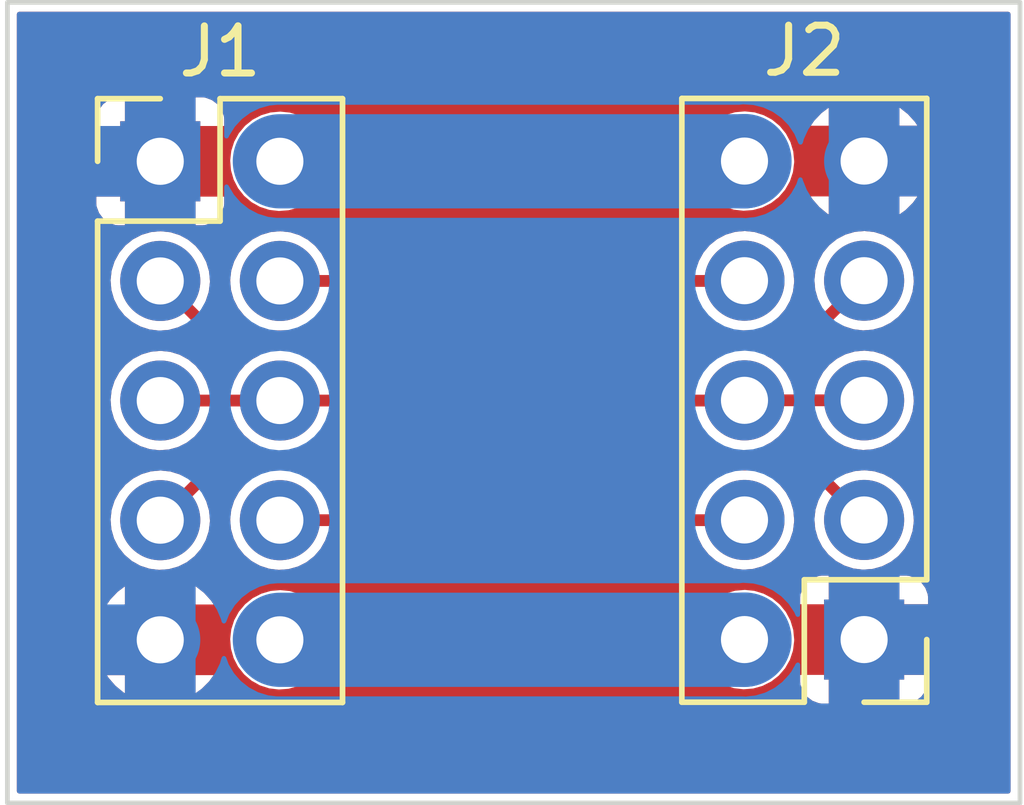
<source format=kicad_pcb>
(kicad_pcb (version 20211014) (generator pcbnew)
  (layers (0 "F.Cu" signal) (31 "B.Cu" signal) (34 "B.Paste" user) (35 "F.Paste" user) (36 "B.SilkS" user "B.Silkscreen") (37 "F.SilkS" user "F.Silkscreen") (38 "B.Mask" user) (39 "F.Mask" user) (44 "Edge.Cuts" user))
  (net 0 "")
  (net 1 "GND")
  (net 2 "+24V")
  (net 3 "/SDA")
  (net 4 "/SCL")
  (net 5 "/SEL")
  (footprint "Connector_PinHeader_2.54mm:PinHeader_2x05_P2.54mm_Vertical" (layer "F.Cu") (at 166.245 93.375)
    (fp_text reference "J1" (at 1.27 -2.33) (layer "F.SilkS"))
    (fp_text value "Conn_01x10")
    (fp_line (start 1.27 1.27) (end 1.27 -1.33) (layer "F.SilkS") (width 0.12))
    (fp_line (start 3.87 -1.33) (end 3.87 11.49) (layer "F.SilkS") (width 0.12))
    (fp_line (start -1.33 1.27) (end -1.33 11.49) (layer "F.SilkS") (width 0.12))
    (fp_line (start -1.33 11.49) (end 3.87 11.49) (layer "F.SilkS") (width 0.12))
    (fp_line (start -1.33 -1.33) (end 0 -1.33) (layer "F.SilkS") (width 0.12))
    (fp_line (start 1.27 -1.33) (end 3.87 -1.33) (layer "F.SilkS") (width 0.12))
    (fp_line (start -1.33 1.27) (end 1.27 1.27) (layer "F.SilkS") (width 0.12))
    (fp_line (start -1.33 0) (end -1.33 -1.33) (layer "F.SilkS") (width 0.12))
    (pad "1" thru_hole rect (at 0 0) (size 1.7 1.7) (drill 1) (layers *.Cu *.Mask) (net 1 "GND"))
    (pad "2" thru_hole oval (at 2.54 0) (size 1.7 1.7) (drill 1) (layers *.Cu *.Mask) (net 2 "+24V"))
    (pad "3" thru_hole oval (at 0 2.54) (size 1.7 1.7) (drill 1) (layers *.Cu *.Mask) (net 3 "/SDA"))
    (pad "4" thru_hole oval (at 2.54 2.54) (size 1.7 1.7) (drill 1) (layers *.Cu *.Mask) (net 4 "/SCL"))
    (pad "5" thru_hole oval (at 0 5.08) (size 1.7 1.7) (drill 1) (layers *.Cu *.Mask) (net 5 "/SEL"))
    (pad "6" thru_hole oval (at 2.54 5.08) (size 1.7 1.7) (drill 1) (layers *.Cu *.Mask) (net 5 "/SEL"))
    (pad "7" thru_hole oval (at 0 7.62) (size 1.7 1.7) (drill 1) (layers *.Cu *.Mask) (net 3 "/SDA"))
    (pad "8" thru_hole oval (at 2.54 7.62) (size 1.7 1.7) (drill 1) (layers *.Cu *.Mask) (net 4 "/SCL"))
    (pad "9" thru_hole oval (at 0 10.16) (size 1.7 1.7) (drill 1) (layers *.Cu *.Mask) (net 1 "GND"))
    (pad "10" thru_hole oval (at 2.54 10.16) (size 1.7 1.7) (drill 1) (layers *.Cu *.Mask) (net 2 "+24V"))
  )
  (footprint "Connector_PinHeader_2.54mm:PinHeader_2x05_P2.54mm_Vertical" (layer "F.Cu") (at 181.19 103.53 180)
    (fp_text reference "J2" (at 1.27 12.5) (layer "F.SilkS"))
    (fp_text value "Conn_01x10")
    (fp_line (start -1.33 -1.33) (end 0 -1.33) (layer "F.SilkS") (width 0.12))
    (fp_line (start -1.33 1.27) (end -1.33 11.49) (layer "F.SilkS") (width 0.12))
    (fp_line (start -1.33 1.27) (end 1.27 1.27) (layer "F.SilkS") (width 0.12))
    (fp_line (start 3.87 -1.33) (end 3.87 11.49) (layer "F.SilkS") (width 0.12))
    (fp_line (start 1.27 1.27) (end 1.27 -1.33) (layer "F.SilkS") (width 0.12))
    (fp_line (start -1.33 11.49) (end 3.87 11.49) (layer "F.SilkS") (width 0.12))
    (fp_line (start -1.33 0) (end -1.33 -1.33) (layer "F.SilkS") (width 0.12))
    (fp_line (start 1.27 -1.33) (end 3.87 -1.33) (layer "F.SilkS") (width 0.12))
    (pad "1" thru_hole rect (at 0 0 180) (size 1.7 1.7) (drill 1) (layers *.Cu *.Mask) (net 1 "GND"))
    (pad "2" thru_hole oval (at 2.54 0 180) (size 1.7 1.7) (drill 1) (layers *.Cu *.Mask) (net 2 "+24V"))
    (pad "3" thru_hole oval (at 0 2.54 180) (size 1.7 1.7) (drill 1) (layers *.Cu *.Mask) (net 3 "/SDA"))
    (pad "4" thru_hole oval (at 2.54 2.54 180) (size 1.7 1.7) (drill 1) (layers *.Cu *.Mask) (net 4 "/SCL"))
    (pad "5" thru_hole oval (at 0 5.08 180) (size 1.7 1.7) (drill 1) (layers *.Cu *.Mask) (net 5 "/SEL"))
    (pad "6" thru_hole oval (at 2.54 5.08 180) (size 1.7 1.7) (drill 1) (layers *.Cu *.Mask) (net 5 "/SEL"))
    (pad "7" thru_hole oval (at 0 7.62 180) (size 1.7 1.7) (drill 1) (layers *.Cu *.Mask) (net 3 "/SDA"))
    (pad "8" thru_hole oval (at 2.54 7.62 180) (size 1.7 1.7) (drill 1) (layers *.Cu *.Mask) (net 4 "/SCL"))
    (pad "9" thru_hole oval (at 0 10.16 180) (size 1.7 1.7) (drill 1) (layers *.Cu *.Mask) (net 1 "GND"))
    (pad "10" thru_hole oval (at 2.54 10.16 180) (size 1.7 1.7) (drill 1) (layers *.Cu *.Mask) (net 2 "+24V"))
  )
  (gr_rect (start 163 90) (end 184.5 107) (layer "Edge.Cuts") (width 0.1) (fill none))
  (segment (start 168.785 103.535) (end 178.645 103.535) (width 2) (layer "B.Cu") (net 2))
  (segment (start 178.645 103.535) (end 178.65 103.53) (width 2) (layer "B.Cu") (net 2))
  (segment (start 168.785 93.375) (end 178.645 93.375) (width 2) (layer "B.Cu") (net 2))
  (segment (start 178.645 93.375) (end 178.65 93.37) (width 2) (layer "B.Cu") (net 2))
  (segment (start 180.015489 99.815489) (end 181.19 100.99) (width 0.25) (layer "F.Cu") (net 3))
  (segment (start 167.424511 99.815489) (end 180.015489 99.815489) (width 0.25) (layer "F.Cu") (net 3))
  (segment (start 167.419511 97.089511) (end 180.010489 97.089511) (width 0.25) (layer "F.Cu") (net 3))
  (segment (start 180.010489 97.089511) (end 181.19 95.91) (width 0.25) (layer "F.Cu") (net 3))
  (segment (start 166.245 95.915) (end 167.419511 97.089511) (width 0.25) (layer "F.Cu") (net 3))
  (segment (start 166.245 100.995) (end 167.424511 99.815489) (width 0.25) (layer "F.Cu") (net 3))
  (segment (start 168.785 95.915) (end 178.645 95.915) (width 0.25) (layer "F.Cu") (net 4))
  (segment (start 178.645 95.915) (end 178.65 95.91) (width 0.25) (layer "F.Cu") (net 4))
  (segment (start 168.785 100.995) (end 178.645 100.995) (width 0.25) (layer "F.Cu") (net 4))
  (segment (start 178.645 100.995) (end 178.65 100.99) (width 0.25) (layer "F.Cu") (net 4))
  (segment (start 178.645 98.455) (end 178.65 98.45) (width 0.25) (layer "F.Cu") (net 5))
  (segment (start 166.245 98.455) (end 168.785 98.455) (width 0.25) (layer "F.Cu") (net 5))
  (segment (start 178.65 98.45) (end 181.19 98.45) (width 0.25) (layer "F.Cu") (net 5))
  (segment (start 168.785 98.455) (end 178.645 98.455) (width 0.25) (layer "F.Cu") (net 5))
  (zone (net 1) (net_name "GND") (layer "F.Cu") (connect_pads (clearance 0.2)) (min_thickness 0.1) (fill yes (thermal_gap 0.508) (thermal_bridge_width 1.5))
    (polygon (pts (xy 184.5 107) (xy 163 107) (xy 163 90) (xy 184.5 90)))
  )
  (zone (net 1) (net_name "GND") (layer "B.Cu") (connect_pads (clearance 0.2)) (min_thickness 0.1) (fill yes (thermal_gap 0.508) (thermal_bridge_width 1.5))
    (polygon (pts (xy 184.5 107) (xy 163 107.01) (xy 163 90) (xy 184.5 90)))
  )
)
</source>
